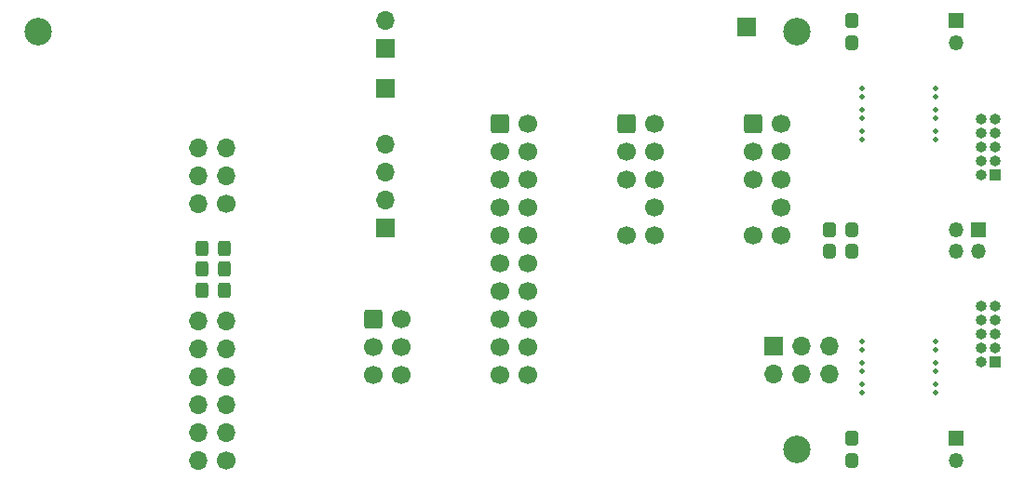
<source format=gbr>
G04 #@! TF.GenerationSoftware,KiCad,Pcbnew,(6.0.10-0)*
G04 #@! TF.CreationDate,2023-01-09T15:38:06+01:00*
G04 #@! TF.ProjectId,ATMEL-ICE-Octopus,41544d45-4c2d-4494-9345-2d4f63746f70,B6*
G04 #@! TF.SameCoordinates,Original*
G04 #@! TF.FileFunction,Soldermask,Top*
G04 #@! TF.FilePolarity,Negative*
%FSLAX46Y46*%
G04 Gerber Fmt 4.6, Leading zero omitted, Abs format (unit mm)*
G04 Created by KiCad (PCBNEW (6.0.10-0)) date 2023-01-09 15:38:06*
%MOMM*%
%LPD*%
G01*
G04 APERTURE LIST*
G04 Aperture macros list*
%AMRoundRect*
0 Rectangle with rounded corners*
0 $1 Rounding radius*
0 $2 $3 $4 $5 $6 $7 $8 $9 X,Y pos of 4 corners*
0 Add a 4 corners polygon primitive as box body*
4,1,4,$2,$3,$4,$5,$6,$7,$8,$9,$2,$3,0*
0 Add four circle primitives for the rounded corners*
1,1,$1+$1,$2,$3*
1,1,$1+$1,$4,$5*
1,1,$1+$1,$6,$7*
1,1,$1+$1,$8,$9*
0 Add four rect primitives between the rounded corners*
20,1,$1+$1,$2,$3,$4,$5,0*
20,1,$1+$1,$4,$5,$6,$7,0*
20,1,$1+$1,$6,$7,$8,$9,0*
20,1,$1+$1,$8,$9,$2,$3,0*%
%AMOutline5P*
0 Free polygon, 5 corners , with rotation*
0 The origin of the aperture is its center*
0 number of corners: always 5*
0 $1 to $10 corner X, Y*
0 $11 Rotation angle, in degrees counterclockwise*
0 create outline with 5 corners*
4,1,5,$1,$2,$3,$4,$5,$6,$7,$8,$9,$10,$1,$2,$11*%
%AMOutline6P*
0 Free polygon, 6 corners , with rotation*
0 The origin of the aperture is its center*
0 number of corners: always 6*
0 $1 to $12 corner X, Y*
0 $13 Rotation angle, in degrees counterclockwise*
0 create outline with 6 corners*
4,1,6,$1,$2,$3,$4,$5,$6,$7,$8,$9,$10,$11,$12,$1,$2,$13*%
%AMOutline7P*
0 Free polygon, 7 corners , with rotation*
0 The origin of the aperture is its center*
0 number of corners: always 7*
0 $1 to $14 corner X, Y*
0 $15 Rotation angle, in degrees counterclockwise*
0 create outline with 7 corners*
4,1,7,$1,$2,$3,$4,$5,$6,$7,$8,$9,$10,$11,$12,$13,$14,$1,$2,$15*%
%AMOutline8P*
0 Free polygon, 8 corners , with rotation*
0 The origin of the aperture is its center*
0 number of corners: always 8*
0 $1 to $16 corner X, Y*
0 $17 Rotation angle, in degrees counterclockwise*
0 create outline with 8 corners*
4,1,8,$1,$2,$3,$4,$5,$6,$7,$8,$9,$10,$11,$12,$13,$14,$15,$16,$1,$2,$17*%
G04 Aperture macros list end*
%ADD10C,0.500000*%
%ADD11C,2.500000*%
%ADD12RoundRect,0.250000X-0.325000X-0.450000X0.325000X-0.450000X0.325000X0.450000X-0.325000X0.450000X0*%
%ADD13C,1.700000*%
%ADD14O,1.700000X1.700000*%
%ADD15RoundRect,0.250000X-0.600000X-0.600000X0.600000X-0.600000X0.600000X0.600000X-0.600000X0.600000X0*%
%ADD16R,1.700000X1.700000*%
%ADD17Outline8P,-0.600000X0.460000X-0.360000X0.700000X0.360000X0.700000X0.600000X0.460000X0.600000X-0.460000X0.360000X-0.700000X-0.360000X-0.700000X-0.600000X-0.460000X180.000000*%
%ADD18RoundRect,0.420000X0.180000X0.280000X-0.180000X0.280000X-0.180000X-0.280000X0.180000X-0.280000X0*%
%ADD19R,1.000000X1.000000*%
%ADD20O,1.000000X1.000000*%
%ADD21R,1.350000X1.350000*%
%ADD22O,1.350000X1.350000*%
G04 APERTURE END LIST*
D10*
G04 #@! TO.C,MB2*
X184600000Y-88120000D03*
X184600000Y-86950000D03*
X184600000Y-90050000D03*
X184600000Y-88880000D03*
X184600000Y-86190000D03*
X184600000Y-90810000D03*
G04 #@! TD*
D11*
G04 #@! TO.C,H1*
X103000000Y-81000000D03*
G04 #@! TD*
D12*
G04 #@! TO.C,D82*
X117875000Y-102600000D03*
X119925000Y-102600000D03*
G04 #@! TD*
D11*
G04 #@! TO.C,H2*
X172000000Y-81000000D03*
G04 #@! TD*
D13*
G04 #@! TO.C,J9*
X120100000Y-120000000D03*
D14*
X117560000Y-120000000D03*
X120100000Y-117460000D03*
X117560000Y-117460000D03*
X120100000Y-114920000D03*
X117560000Y-114920000D03*
X120100000Y-112380000D03*
X117560000Y-112380000D03*
X120100000Y-109840000D03*
X117560000Y-109840000D03*
X120100000Y-107300000D03*
X117560000Y-107300000D03*
G04 #@! TD*
D15*
G04 #@! TO.C,J12*
X156500000Y-89400000D03*
D13*
X159040000Y-89400000D03*
X156500000Y-91940000D03*
X159040000Y-91940000D03*
X156500000Y-94480000D03*
X159040000Y-94480000D03*
X159040000Y-97020000D03*
X156500000Y-99560000D03*
X159040000Y-99560000D03*
G04 #@! TD*
D16*
G04 #@! TO.C,J6*
X167400000Y-80600000D03*
G04 #@! TD*
D11*
G04 #@! TO.C,H3*
X172000000Y-119000000D03*
G04 #@! TD*
D16*
G04 #@! TO.C,J18*
X169900000Y-109600000D03*
D14*
X169900000Y-112140000D03*
X172440000Y-109600000D03*
X172440000Y-112140000D03*
X174980000Y-109600000D03*
X174980000Y-112140000D03*
G04 #@! TD*
D16*
G04 #@! TO.C,J16*
X134600000Y-86125000D03*
G04 #@! TD*
D10*
G04 #@! TO.C,MB3*
X177900000Y-113050000D03*
X177900000Y-111880000D03*
X177900000Y-113810000D03*
X177900000Y-109190000D03*
X177900000Y-111120000D03*
X177900000Y-109950000D03*
G04 #@! TD*
D15*
G04 #@! TO.C,J14*
X133500000Y-107180000D03*
D13*
X136040000Y-107180000D03*
X133500000Y-109720000D03*
X136040000Y-109720000D03*
X133500000Y-112260000D03*
X136040000Y-112260000D03*
G04 #@! TD*
D12*
G04 #@! TO.C,D83*
X117875000Y-104500000D03*
X119925000Y-104500000D03*
G04 #@! TD*
D15*
G04 #@! TO.C,J11*
X145000000Y-89400000D03*
D13*
X147540000Y-89400000D03*
X145000000Y-91940000D03*
X147540000Y-91940000D03*
X145000000Y-94480000D03*
X147540000Y-94480000D03*
X145000000Y-97020000D03*
X147540000Y-97020000D03*
X145000000Y-99560000D03*
X147540000Y-99560000D03*
X145000000Y-102100000D03*
X147540000Y-102100000D03*
X145000000Y-104640000D03*
X147540000Y-104640000D03*
X145000000Y-107180000D03*
X147540000Y-107180000D03*
X145000000Y-109720000D03*
X147540000Y-109720000D03*
X145000000Y-112260000D03*
X147540000Y-112260000D03*
G04 #@! TD*
D16*
G04 #@! TO.C,J17*
X134600000Y-82500000D03*
D14*
X134600000Y-79960000D03*
G04 #@! TD*
D10*
G04 #@! TO.C,MB4*
X184600000Y-111120000D03*
X184600000Y-113050000D03*
X184600000Y-109950000D03*
X184600000Y-111880000D03*
X184600000Y-113810000D03*
X184600000Y-109190000D03*
G04 #@! TD*
D15*
G04 #@! TO.C,J13*
X168000000Y-89400000D03*
D13*
X170540000Y-89400000D03*
X168000000Y-91940000D03*
X170540000Y-91940000D03*
X168000000Y-94480000D03*
X170540000Y-94480000D03*
X170540000Y-97020000D03*
X168000000Y-99560000D03*
X170540000Y-99560000D03*
G04 #@! TD*
D16*
G04 #@! TO.C,J15*
X134600000Y-98825000D03*
D14*
X134600000Y-96285000D03*
X134600000Y-93745000D03*
X134600000Y-91205000D03*
G04 #@! TD*
D10*
G04 #@! TO.C,MB1*
X177900000Y-86190000D03*
X177900000Y-88880000D03*
X177900000Y-90050000D03*
X177900000Y-86950000D03*
X177900000Y-90810000D03*
X177900000Y-88120000D03*
G04 #@! TD*
D12*
G04 #@! TO.C,D81*
X117875000Y-100700000D03*
X119925000Y-100700000D03*
G04 #@! TD*
D13*
G04 #@! TO.C,J8*
X120100000Y-96700000D03*
D14*
X117560000Y-96700000D03*
X120100000Y-94160000D03*
X117560000Y-94160000D03*
X120100000Y-91620000D03*
X117560000Y-91620000D03*
G04 #@! TD*
D17*
G04 #@! TO.C,J31*
X177000000Y-80000000D03*
D18*
X177000000Y-82000000D03*
G04 #@! TD*
D19*
G04 #@! TO.C,J1*
X190000000Y-111040000D03*
D20*
X188730000Y-111040000D03*
X190000000Y-109770000D03*
X188730000Y-109770000D03*
X190000000Y-108500000D03*
X188730000Y-108500000D03*
X190000000Y-107230000D03*
X188730000Y-107230000D03*
X190000000Y-105960000D03*
X188730000Y-105960000D03*
G04 #@! TD*
D19*
G04 #@! TO.C,J2*
X190000000Y-94040000D03*
D20*
X188730000Y-94040000D03*
X190000000Y-92770000D03*
X188730000Y-92770000D03*
X190000000Y-91500000D03*
X188730000Y-91500000D03*
X190000000Y-90230000D03*
X188730000Y-90230000D03*
X190000000Y-88960000D03*
X188730000Y-88960000D03*
G04 #@! TD*
D17*
G04 #@! TO.C,J32*
X175000000Y-99000000D03*
D18*
X177000000Y-99000000D03*
X175000000Y-101000000D03*
X177000000Y-101000000D03*
G04 #@! TD*
D21*
G04 #@! TO.C,J22*
X188500000Y-99000000D03*
D22*
X186500000Y-99000000D03*
X188500000Y-101000000D03*
X186500000Y-101000000D03*
G04 #@! TD*
D21*
G04 #@! TO.C,J21*
X186500000Y-80000000D03*
D22*
X186500000Y-82000000D03*
G04 #@! TD*
D17*
G04 #@! TO.C,J33*
X177000000Y-118000000D03*
D18*
X177000000Y-120000000D03*
G04 #@! TD*
D21*
G04 #@! TO.C,J23*
X186500000Y-118000000D03*
D22*
X186500000Y-120000000D03*
G04 #@! TD*
M02*

</source>
